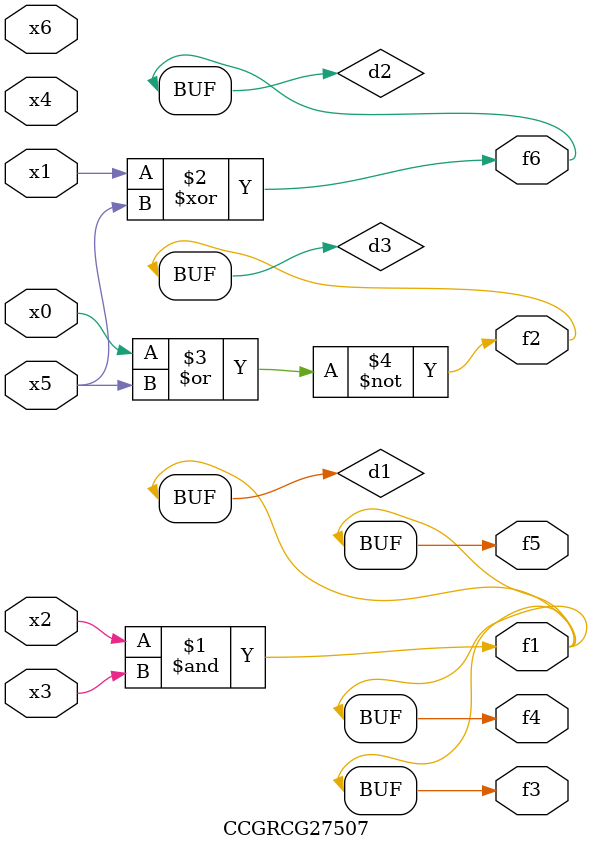
<source format=v>
module CCGRCG27507(
	input x0, x1, x2, x3, x4, x5, x6,
	output f1, f2, f3, f4, f5, f6
);

	wire d1, d2, d3;

	and (d1, x2, x3);
	xor (d2, x1, x5);
	nor (d3, x0, x5);
	assign f1 = d1;
	assign f2 = d3;
	assign f3 = d1;
	assign f4 = d1;
	assign f5 = d1;
	assign f6 = d2;
endmodule

</source>
